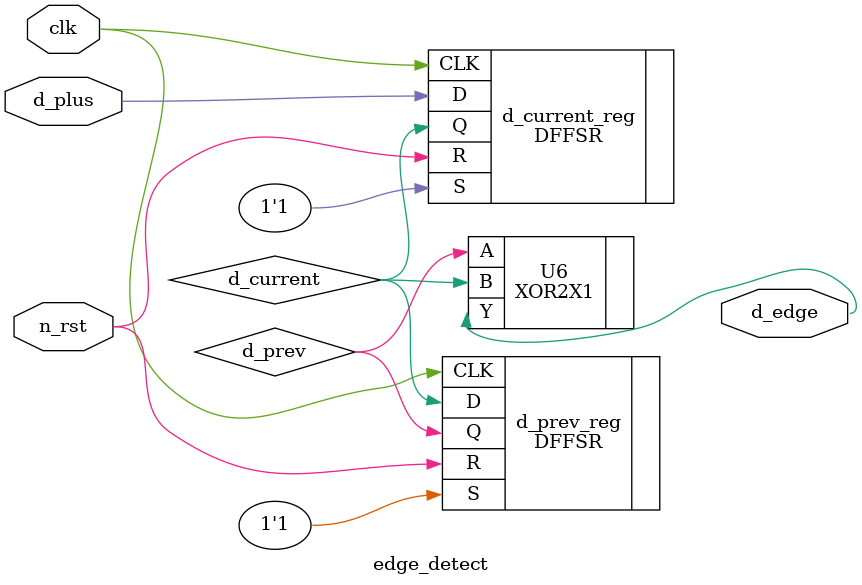
<source format=v>


module edge_detect ( clk, n_rst, d_plus, d_edge );
  input clk, n_rst, d_plus;
  output d_edge;
  wire   d_prev, d_current;

  DFFSR d_current_reg ( .D(d_plus), .CLK(clk), .R(n_rst), .S(1'b1), .Q(
        d_current) );
  DFFSR d_prev_reg ( .D(d_current), .CLK(clk), .R(n_rst), .S(1'b1), .Q(d_prev)
         );
  XOR2X1 U6 ( .A(d_prev), .B(d_current), .Y(d_edge) );
endmodule


</source>
